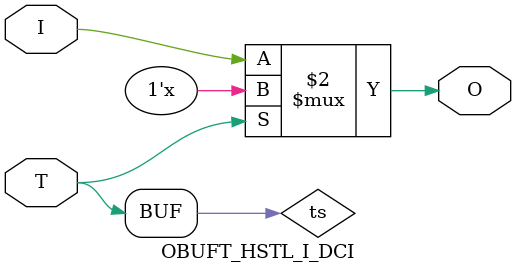
<source format=v>

/*

FUNCTION	: TRI-STATE OUTPUT BUFFER

*/

`celldefine
`timescale  100 ps / 10 ps

module OBUFT_HSTL_I_DCI (O, I, T);

    output O;

    input  I, T;

    or O1 (ts, 1'b0, T);
    bufif0 T1 (O, I, ts);

endmodule

</source>
